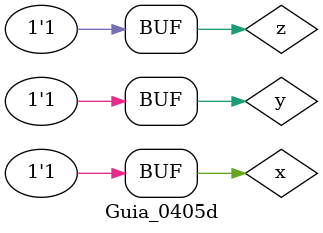
<source format=v>
/*
 Guia_0405d.v - v0.0. - 28 / 08 / 2022
 Autor    : Gabriel Vargas Bento de Souza
 Matricula: 778023
 */

/**
 SoP(0, 2, 3, 7)
 */
module SoP (output s,
            input  x, y, z);
   assign s = (~x & ~y & ~z)  // 0
            | (~x &  y & ~z)  // 2
            | (~x &  y &  z)  // 3
            | ( x &  y &  z); // 7
endmodule // SoP

/**
 PoS(1, 4, 5, 6)
 */
module PoS (output S,
            input  X, Y, Z);
   assign S = ( X |  Y | ~Z)  // 1
            & (~X |  Y |  Z)  // 4
            & (~X |  Y | ~Z)  // 5
            & (~X | ~Y |  Z); // 6
endmodule // PoS 

/**
  Guia_0405d.v
 */
module Guia_0405d;
   reg  x, y, z;
   wire s, S;
   
   // instancias
   SoP SOP (s, x, y, z);
   PoS POS (S, x, y, z);
   
   // valores iniciais
   initial begin: start
      x=1'bx; y=1'bx; z=1'bx; // indefinidos
   end

   // parte principal
   initial begin: main
      // identificacao
       $display("Gabriel Vargas Bento de Souza - 778023");
       $display("Test boolean expression");
       $display("\n04.d) SoP(0, 2, 3, 7) = PoS(1, 4, 5, 6)\n");

       // monitoramento
       $display(" x  y  z  SoP(0, 2, 3, 7)  PoS(1, 4, 5, 6)");
       $monitor("%2b %2b %2b %9b %16b", x, y, z, s, S);

       // sinalizacao
          x=0; y=0; z=0;
       #1           z=1;
       #1      y=1; z=0;
       #1           z=1;
       #1 x=1; y=0; z=0;
       #1           z=1;
       #1      y=1; z=0;
       #1           z=1;

   end
endmodule // Guia_0405d

// --------------------------------------------------------------------- testes
/*
C:\Users\Gabriel\Desktop\CC-PUC\2Periodo\ARQ1\Tarefas\Guia04>vvp Guia_0405e.vvp
Gabriel Vargas Bento de Souza - 778023
Test boolean expression

04.e) SoP(0, 3, 5, 7, 8, 10, 14, 15) = PoS (1, 2, 4, 6, 9, 11, 12, 13)

 x  y  z  SoP(0, 3, 5, 7, 8, 10, 14, 15)  PoS (1, 2, 4, 6, 9, 11, 12, 13)
 0  0  0               1                                1
 0  0  1               0                                0
 0  0  0               0                                0
 0  0  1               1                                1
 0  1  0               0                                0
 0  1  1               1                                1
 0  1  0               0                                0
 0  1  1               1                                1
 1  0  0               1                                1
 1  0  1               0                                0
 1  0  0               1                                1
 1  0  1               0                                0
 1  1  0               0                                0
 1  1  1               0                                0
 1  1  0               1                                1
 1  1  1               1                                1
*/
</source>
